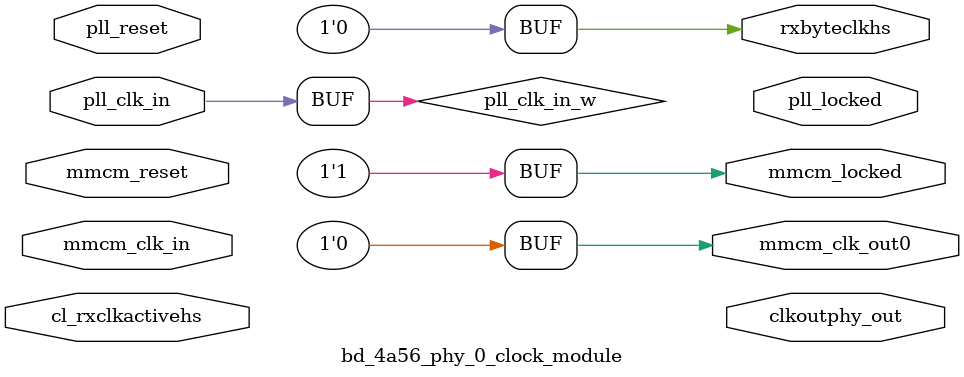
<source format=v>

`timescale 1ps/1ps

(* DowngradeIPIdentifiedWarnings="yes" *)
module bd_4a56_phy_0_clock_module
#(
   parameter C_DPHY_LANES = 2,
   parameter MTBF_SYNC_STAGES = 3,
   parameter C_HS_LINE_RATE = 1000,
   parameter C_STABLE_CLK_PERIOD = 10,
   parameter C_TXPLL_CLKIN_PERIOD = 8.0,
   parameter EN_DPHY_IO = 1
   )
   (
       input               mmcm_clk_in,
       output              mmcm_clk_out0,
       input               cl_rxclkactivehs,
       output              rxbyteclkhs,
       input               pll_clk_in,
       output              clkoutphy_out,
       output              pll_locked,
       input               pll_reset,
       output              mmcm_locked,
       input               mmcm_reset
   );

   wire               pll_clk_in_w;
   wire               pll_locked_w;
   wire               pll_locked_sync;
   reg                clkoutphy_en;
   reg  [7:0]         clkoutphy_en_cntr;


assign  rxbyteclkhs   = 1'b0;
assign  mmcm_locked   = 1'b1;
assign  mmcm_clk_out0 = 1'b0;
assign  pll_clk_in_w  = pll_clk_in;

   //TXPLL Attributes for 1500 MHz CLKOUTPHY
   localparam  C_TXPLL_CLKIN_PERIOD_T   = 5.000;
   localparam  C_TXPLL_CLKOUTPHY_MODE   = "VCO";
   localparam  C_PLL_DIVCLK_DIVIDE      = 2;
   localparam  C_TXPLL_CLKFBOUT_MULT    = 15;
   localparam  C_TXPLL_CLKOUT0_DIVIDE   = 8;
   localparam  C_TXPLL_CLKOUT1_DIVIDE   = 8;

// This below logic will not get generated for Design (i.e. It will be
// generated for Exdes)
// As this module itself will not get generated if support level is 0
// This module is being used for Exdes So below logic has to be there

// ONLY FOR VERSAL 
//
// This below logic will not get generated for Design (i.e. It will be
// generated for Exdes)
// As this module itself will not get generated if support level is 0
// This module is being used for Exdes So below logic has to be there

endmodule


</source>
